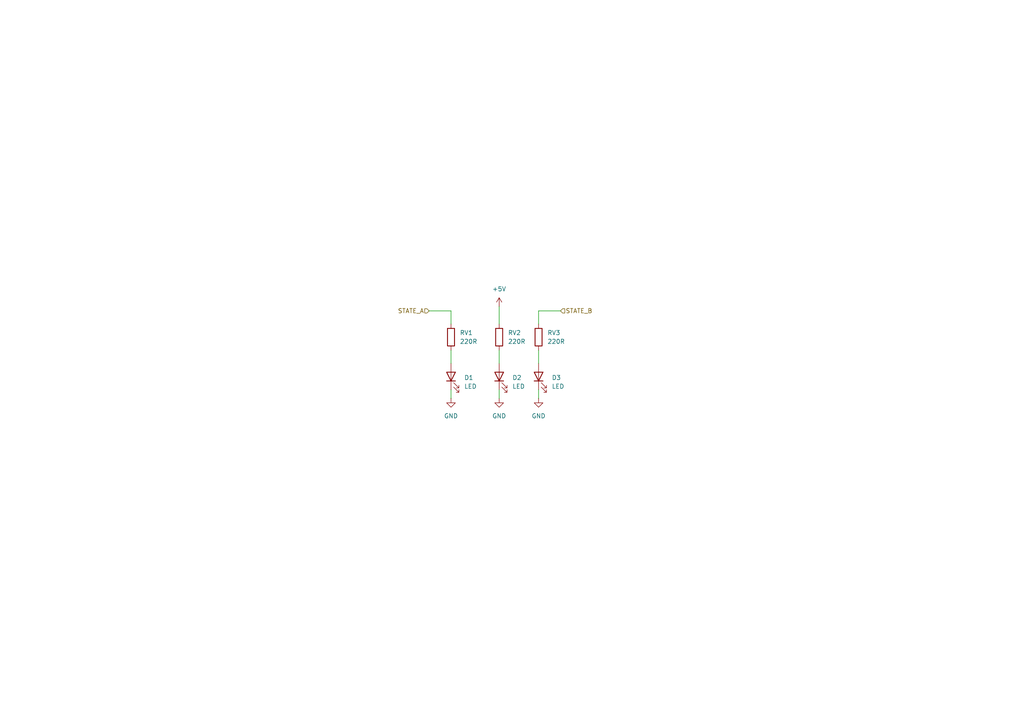
<source format=kicad_sch>
(kicad_sch (version 20250114) (generator "eeschema") (generator_version "9.0")
  (paper "A4")
  (lib_symbols
    (symbol "Device:LED" (pin_numbers (hide yes)) (pin_names (offset 1.016) (hide yes))
      (property "Reference" "D" (at 0 2.54 0))
      (property "Value" "LED" (at 0 -2.54 0))
      (symbol "LED_0_1"
        (polyline (pts (xy -3.048 -0.762) (xy -4.572 -2.286) (xy -3.81 -2.286) (xy -4.572 -2.286) (xy -4.572 -1.524)))
        (polyline (pts (xy -1.778 -0.762) (xy -3.302 -2.286) (xy -2.54 -2.286) (xy -3.302 -2.286) (xy -3.302 -1.524)))
        (polyline (pts (xy -1.27 0) (xy 1.27 0)))
        (polyline (pts (xy -1.27 -1.27) (xy -1.27 1.27)) (stroke (width 0.254)))
        (polyline (pts (xy 1.27 -1.27) (xy 1.27 1.27) (xy -1.27 0) (xy 1.27 -1.27)) (stroke (width 0.254)))
      )
      (symbol "LED_1_1"
        (pin passive line (at -3.81 0 0) (length 2.54) (name "K") (number "1"))
        (pin passive line (at 3.81 0 180) (length 2.54) (name "A") (number "2"))
      )
    )
    (symbol "Device:R" (pin_numbers (hide yes)) (pin_names (offset 0))
      (property "Reference" "R" (at 2.032 0 90))
      (property "Value" "R" (at 0 0 90))
      (symbol "R_0_1"
        (rectangle (start -1.016 -2.54) (end 1.016 2.54) (stroke (width 0.254)))
      )
      (symbol "R_1_1"
        (pin passive line (at 0 3.81 270) (length 1.27) (name "~") (number "1"))
        (pin passive line (at 0 -3.81 90) (length 1.27) (name "~") (number "2"))
      )
    )
    (symbol "power:+5V" (power) (pin_numbers (hide yes)) (pin_names (offset 0) (hide yes))
      (property "Value" "+5V" (at 0 3.556 0))
      (symbol "+5V_0_1"
        (polyline (pts (xy -0.762 1.27) (xy 0 2.54)))
        (polyline (pts (xy 0 2.54) (xy 0.762 1.27)))
        (polyline (pts (xy 0 0) (xy 0 2.54)))
      )
      (symbol "+5V_1_1"
        (pin power_in line (at 0 0 90) (length 0) (name "~") (number "1"))
      )
    )
    (symbol "power:GND" (power) (pin_numbers (hide yes)) (pin_names (offset 0) (hide yes))
      (property "Value" "GND" (at 0 -3.81 0))
      (symbol "GND_0_1"
        (polyline (pts (xy 0 0) (xy 0 -1.27) (xy 1.27 -1.27) (xy 0 -2.54) (xy -1.27 -1.27) (xy 0 -1.27)))
      )
      (symbol "GND_1_1"
        (pin power_in line (at 0 0 270) (length 0) (name "~") (number "1"))
      )
    )
  )
  (wire (pts (xy 144.78 113.03) (xy 144.78 115.57)))
  (wire (pts (xy 144.78 101.6) (xy 144.78 105.41)))
  (wire (pts (xy 156.21 93.98) (xy 156.21 90.17)))
  (wire (pts (xy 124.46 90.17) (xy 130.81 90.17)))
  (wire (pts (xy 156.21 90.17) (xy 162.56 90.17)))
  (wire (pts (xy 130.81 93.98) (xy 130.81 90.17)))
  (wire (pts (xy 130.81 101.6) (xy 130.81 105.41)))
  (wire (pts (xy 130.81 113.03) (xy 130.81 115.57)))
  (wire (pts (xy 156.21 101.6) (xy 156.21 105.41)))
  (wire (pts (xy 156.21 113.03) (xy 156.21 115.57)))
  (wire (pts (xy 144.78 88.9) (xy 144.78 93.98)))
  (hierarchical_label "STATE_A" (shape input) (at 124.46 90.17 180))
  (hierarchical_label "STATE_B" (shape input) (at 162.56 90.17 0))
  (symbol (lib_id "Device:R") (at 156.21 97.79 0) (unit 1)
    (property "Reference" "RV3" (at 158.75 96.5199 0) (effects (justify left)))
    (property "Value" "220R" (at 158.75 99.0599 0) (effects (justify left)))
    (property "Footprint" "Resistor_SMD:R_1206_3216Metric_Pad1.30x1.75mm_HandSolder" (effects (hide yes)))
    (property "Description" "Resistor" (effects (hide yes)))
  )
  (symbol (lib_id "power:GND") (at 156.21 115.57 0) (unit 1)
    (property "Reference" "#PWR022" (effects (hide yes)))
    (property "Value" "GND" (at 156.21 120.65 0))
    (property "Description" "Power symbol creates a global label with name \"GND\" , ground" (effects (hide yes)))
  )
  (symbol (lib_id "Device:R") (at 144.78 97.79 0) (unit 1)
    (property "Reference" "RV2" (at 147.32 96.5199 0) (effects (justify left)))
    (property "Value" "220R" (at 147.32 99.0599 0) (effects (justify left)))
    (property "Footprint" "Resistor_SMD:R_1206_3216Metric_Pad1.30x1.75mm_HandSolder" (effects (hide yes)))
    (property "Description" "Resistor" (effects (hide yes)))
  )
  (symbol (lib_id "Device:LED") (at 144.78 109.22 90) (unit 1)
    (property "Reference" "D2" (at 148.59 109.5374 90) (effects (justify right)))
    (property "Value" "LED" (at 148.59 112.0774 90) (effects (justify right)))
    (property "Footprint" "LED_THT:LED_D5.0mm" (effects (hide yes)))
    (property "Description" "Light emitting diode" (effects (hide yes)))
    (property "Sim.Pins" "1=K 2=A" (effects (hide yes)))
  )
  (symbol (lib_id "power:GND") (at 144.78 115.57 0) (unit 1)
    (property "Reference" "#PWR021" (effects (hide yes)))
    (property "Value" "GND" (at 144.78 120.65 0))
    (property "Description" "Power symbol creates a global label with name \"GND\" , ground" (effects (hide yes)))
  )
  (symbol (lib_id "Device:LED") (at 130.81 109.22 90) (unit 1)
    (property "Reference" "D1" (at 134.62 109.5374 90) (effects (justify right)))
    (property "Value" "LED" (at 134.62 112.0774 90) (effects (justify right)))
    (property "Footprint" "LED_THT:LED_D5.0mm" (effects (hide yes)))
    (property "Description" "Light emitting diode" (effects (hide yes)))
    (property "Sim.Pins" "1=K 2=A" (effects (hide yes)))
  )
  (symbol (lib_id "Device:LED") (at 156.21 109.22 90) (unit 1)
    (property "Reference" "D3" (at 160.02 109.5374 90) (effects (justify right)))
    (property "Value" "LED" (at 160.02 112.0774 90) (effects (justify right)))
    (property "Footprint" "LED_THT:LED_D5.0mm" (effects (hide yes)))
    (property "Description" "Light emitting diode" (effects (hide yes)))
    (property "Sim.Pins" "1=K 2=A" (effects (hide yes)))
  )
  (symbol (lib_id "Device:R") (at 130.81 97.79 0) (unit 1)
    (property "Reference" "RV1" (at 133.35 96.5199 0) (effects (justify left)))
    (property "Value" "220R" (at 133.35 99.0599 0) (effects (justify left)))
    (property "Footprint" "Resistor_SMD:R_1206_3216Metric_Pad1.30x1.75mm_HandSolder" (effects (hide yes)))
    (property "Description" "Resistor" (effects (hide yes)))
  )
  (symbol (lib_id "power:+5V") (at 144.78 88.9 0) (unit 1)
    (property "Reference" "#PWR023" (effects (hide yes)))
    (property "Value" "+5V" (at 144.78 83.82 0))
    (property "Description" "Power symbol creates a global label with name \"+5V\"" (effects (hide yes)))
  )
  (symbol (lib_id "power:GND") (at 130.81 115.57 0) (unit 1)
    (property "Reference" "#PWR020" (effects (hide yes)))
    (property "Value" "GND" (at 130.81 120.65 0))
    (property "Description" "Power symbol creates a global label with name \"GND\" , ground" (effects (hide yes)))
  )
)
</source>
